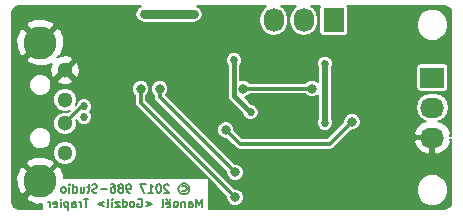
<source format=gbl>
G04 #@! TF.FileFunction,Copper,L2,Bot,Signal*
%FSLAX46Y46*%
G04 Gerber Fmt 4.6, Leading zero omitted, Abs format (unit mm)*
G04 Created by KiCad (PCBNEW (2016-07-14 BZR 6980)-product) date Sunday, 23 April 2017 'PMt' 23:49:01*
%MOMM*%
%LPD*%
G01*
G04 APERTURE LIST*
%ADD10C,0.150000*%
%ADD11C,0.175000*%
%ADD12R,1.727200X2.032000*%
%ADD13O,1.727200X2.032000*%
%ADD14R,2.032000X1.727200*%
%ADD15O,2.032000X1.727200*%
%ADD16C,1.300000*%
%ADD17C,2.800000*%
%ADD18C,0.685800*%
%ADD19C,0.800000*%
%ADD20C,0.400000*%
%ADD21C,0.800000*%
%ADD22C,0.300000*%
%ADD23C,0.500000*%
%ADD24C,0.180000*%
G04 APERTURE END LIST*
D10*
D11*
X162816666Y-95670833D02*
X162883333Y-95637500D01*
X163016666Y-95637500D01*
X163083333Y-95670833D01*
X163150000Y-95737500D01*
X163183333Y-95804166D01*
X163183333Y-95937500D01*
X163150000Y-96004166D01*
X163083333Y-96070833D01*
X163016666Y-96104166D01*
X162883333Y-96104166D01*
X162816666Y-96070833D01*
X162950000Y-95404166D02*
X163116666Y-95437500D01*
X163283333Y-95537500D01*
X163383333Y-95704166D01*
X163416666Y-95870833D01*
X163383333Y-96037500D01*
X163283333Y-96204166D01*
X163116666Y-96304166D01*
X162950000Y-96337500D01*
X162783333Y-96304166D01*
X162616666Y-96204166D01*
X162516666Y-96037500D01*
X162483333Y-95870833D01*
X162516666Y-95704166D01*
X162616666Y-95537500D01*
X162783333Y-95437500D01*
X162950000Y-95404166D01*
X161683333Y-95570833D02*
X161650000Y-95537500D01*
X161583333Y-95504166D01*
X161416666Y-95504166D01*
X161350000Y-95537500D01*
X161316666Y-95570833D01*
X161283333Y-95637500D01*
X161283333Y-95704166D01*
X161316666Y-95804166D01*
X161716666Y-96204166D01*
X161283333Y-96204166D01*
X160850000Y-95504166D02*
X160783333Y-95504166D01*
X160716666Y-95537500D01*
X160683333Y-95570833D01*
X160650000Y-95637500D01*
X160616666Y-95770833D01*
X160616666Y-95937500D01*
X160650000Y-96070833D01*
X160683333Y-96137500D01*
X160716666Y-96170833D01*
X160783333Y-96204166D01*
X160850000Y-96204166D01*
X160916666Y-96170833D01*
X160950000Y-96137500D01*
X160983333Y-96070833D01*
X161016666Y-95937500D01*
X161016666Y-95770833D01*
X160983333Y-95637500D01*
X160950000Y-95570833D01*
X160916666Y-95537500D01*
X160850000Y-95504166D01*
X159950000Y-96204166D02*
X160350000Y-96204166D01*
X160150000Y-96204166D02*
X160150000Y-95504166D01*
X160216666Y-95604166D01*
X160283333Y-95670833D01*
X160350000Y-95704166D01*
X159716666Y-95504166D02*
X159250000Y-95504166D01*
X159550000Y-96204166D01*
X158416666Y-96204166D02*
X158283333Y-96204166D01*
X158216666Y-96170833D01*
X158183333Y-96137500D01*
X158116666Y-96037500D01*
X158083333Y-95904166D01*
X158083333Y-95637500D01*
X158116666Y-95570833D01*
X158150000Y-95537500D01*
X158216666Y-95504166D01*
X158350000Y-95504166D01*
X158416666Y-95537500D01*
X158450000Y-95570833D01*
X158483333Y-95637500D01*
X158483333Y-95804166D01*
X158450000Y-95870833D01*
X158416666Y-95904166D01*
X158350000Y-95937500D01*
X158216666Y-95937500D01*
X158150000Y-95904166D01*
X158116666Y-95870833D01*
X158083333Y-95804166D01*
X157683333Y-95804166D02*
X157750000Y-95770833D01*
X157783333Y-95737500D01*
X157816666Y-95670833D01*
X157816666Y-95637500D01*
X157783333Y-95570833D01*
X157750000Y-95537500D01*
X157683333Y-95504166D01*
X157550000Y-95504166D01*
X157483333Y-95537500D01*
X157450000Y-95570833D01*
X157416666Y-95637500D01*
X157416666Y-95670833D01*
X157450000Y-95737500D01*
X157483333Y-95770833D01*
X157550000Y-95804166D01*
X157683333Y-95804166D01*
X157750000Y-95837500D01*
X157783333Y-95870833D01*
X157816666Y-95937500D01*
X157816666Y-96070833D01*
X157783333Y-96137500D01*
X157750000Y-96170833D01*
X157683333Y-96204166D01*
X157550000Y-96204166D01*
X157483333Y-96170833D01*
X157450000Y-96137500D01*
X157416666Y-96070833D01*
X157416666Y-95937500D01*
X157450000Y-95870833D01*
X157483333Y-95837500D01*
X157550000Y-95804166D01*
X156816666Y-95504166D02*
X156950000Y-95504166D01*
X157016666Y-95537500D01*
X157050000Y-95570833D01*
X157116666Y-95670833D01*
X157150000Y-95804166D01*
X157150000Y-96070833D01*
X157116666Y-96137500D01*
X157083333Y-96170833D01*
X157016666Y-96204166D01*
X156883333Y-96204166D01*
X156816666Y-96170833D01*
X156783333Y-96137500D01*
X156750000Y-96070833D01*
X156750000Y-95904166D01*
X156783333Y-95837500D01*
X156816666Y-95804166D01*
X156883333Y-95770833D01*
X157016666Y-95770833D01*
X157083333Y-95804166D01*
X157116666Y-95837500D01*
X157150000Y-95904166D01*
X156450000Y-95937500D02*
X155916666Y-95937500D01*
X155616666Y-96170833D02*
X155516666Y-96204166D01*
X155350000Y-96204166D01*
X155283333Y-96170833D01*
X155250000Y-96137500D01*
X155216666Y-96070833D01*
X155216666Y-96004166D01*
X155250000Y-95937500D01*
X155283333Y-95904166D01*
X155350000Y-95870833D01*
X155483333Y-95837500D01*
X155550000Y-95804166D01*
X155583333Y-95770833D01*
X155616666Y-95704166D01*
X155616666Y-95637500D01*
X155583333Y-95570833D01*
X155550000Y-95537500D01*
X155483333Y-95504166D01*
X155316666Y-95504166D01*
X155216666Y-95537500D01*
X155016666Y-95737500D02*
X154750000Y-95737500D01*
X154916666Y-95504166D02*
X154916666Y-96104166D01*
X154883333Y-96170833D01*
X154816666Y-96204166D01*
X154750000Y-96204166D01*
X154216666Y-95737500D02*
X154216666Y-96204166D01*
X154516666Y-95737500D02*
X154516666Y-96104166D01*
X154483333Y-96170833D01*
X154416666Y-96204166D01*
X154316666Y-96204166D01*
X154250000Y-96170833D01*
X154216666Y-96137500D01*
X153583333Y-96204166D02*
X153583333Y-95504166D01*
X153583333Y-96170833D02*
X153650000Y-96204166D01*
X153783333Y-96204166D01*
X153850000Y-96170833D01*
X153883333Y-96137500D01*
X153916666Y-96070833D01*
X153916666Y-95870833D01*
X153883333Y-95804166D01*
X153850000Y-95770833D01*
X153783333Y-95737500D01*
X153650000Y-95737500D01*
X153583333Y-95770833D01*
X153250000Y-96204166D02*
X153250000Y-95737500D01*
X153250000Y-95504166D02*
X153283333Y-95537500D01*
X153250000Y-95570833D01*
X153216666Y-95537500D01*
X153250000Y-95504166D01*
X153250000Y-95570833D01*
X152816666Y-96204166D02*
X152883333Y-96170833D01*
X152916666Y-96137500D01*
X152950000Y-96070833D01*
X152950000Y-95870833D01*
X152916666Y-95804166D01*
X152883333Y-95770833D01*
X152816666Y-95737500D01*
X152716666Y-95737500D01*
X152650000Y-95770833D01*
X152616666Y-95804166D01*
X152583333Y-95870833D01*
X152583333Y-96070833D01*
X152616666Y-96137500D01*
X152650000Y-96170833D01*
X152716666Y-96204166D01*
X152816666Y-96204166D01*
X164483333Y-97429166D02*
X164483333Y-96729166D01*
X164250000Y-97229166D01*
X164016666Y-96729166D01*
X164016666Y-97429166D01*
X163383333Y-97429166D02*
X163383333Y-97062500D01*
X163416666Y-96995833D01*
X163483333Y-96962500D01*
X163616666Y-96962500D01*
X163683333Y-96995833D01*
X163383333Y-97395833D02*
X163450000Y-97429166D01*
X163616666Y-97429166D01*
X163683333Y-97395833D01*
X163716666Y-97329166D01*
X163716666Y-97262500D01*
X163683333Y-97195833D01*
X163616666Y-97162500D01*
X163450000Y-97162500D01*
X163383333Y-97129166D01*
X163050000Y-96962500D02*
X163050000Y-97429166D01*
X163050000Y-97029166D02*
X163016666Y-96995833D01*
X162950000Y-96962500D01*
X162850000Y-96962500D01*
X162783333Y-96995833D01*
X162750000Y-97062500D01*
X162750000Y-97429166D01*
X162316666Y-97429166D02*
X162383333Y-97395833D01*
X162416666Y-97362500D01*
X162450000Y-97295833D01*
X162450000Y-97095833D01*
X162416666Y-97029166D01*
X162383333Y-96995833D01*
X162316666Y-96962500D01*
X162216666Y-96962500D01*
X162150000Y-96995833D01*
X162116666Y-97029166D01*
X162083333Y-97095833D01*
X162083333Y-97295833D01*
X162116666Y-97362500D01*
X162150000Y-97395833D01*
X162216666Y-97429166D01*
X162316666Y-97429166D01*
X161516666Y-97395833D02*
X161583333Y-97429166D01*
X161716666Y-97429166D01*
X161783333Y-97395833D01*
X161816666Y-97329166D01*
X161816666Y-97062500D01*
X161783333Y-96995833D01*
X161716666Y-96962500D01*
X161583333Y-96962500D01*
X161516666Y-96995833D01*
X161483333Y-97062500D01*
X161483333Y-97129166D01*
X161816666Y-97195833D01*
X161783333Y-96729166D02*
X161750000Y-96762500D01*
X161783333Y-96795833D01*
X161816666Y-96762500D01*
X161783333Y-96729166D01*
X161783333Y-96795833D01*
X161516666Y-96729166D02*
X161483333Y-96762500D01*
X161516666Y-96795833D01*
X161550000Y-96762500D01*
X161516666Y-96729166D01*
X161516666Y-96795833D01*
X161083333Y-97429166D02*
X161150000Y-97395833D01*
X161183333Y-97329166D01*
X161183333Y-96729166D01*
X159750000Y-96962500D02*
X160283333Y-97162500D01*
X159750000Y-97362500D01*
X159050000Y-96762500D02*
X159116666Y-96729166D01*
X159216666Y-96729166D01*
X159316666Y-96762500D01*
X159383333Y-96829166D01*
X159416666Y-96895833D01*
X159450000Y-97029166D01*
X159450000Y-97129166D01*
X159416666Y-97262500D01*
X159383333Y-97329166D01*
X159316666Y-97395833D01*
X159216666Y-97429166D01*
X159150000Y-97429166D01*
X159050000Y-97395833D01*
X159016666Y-97362500D01*
X159016666Y-97129166D01*
X159150000Y-97129166D01*
X158616666Y-97429166D02*
X158683333Y-97395833D01*
X158716666Y-97362500D01*
X158750000Y-97295833D01*
X158750000Y-97095833D01*
X158716666Y-97029166D01*
X158683333Y-96995833D01*
X158616666Y-96962500D01*
X158516666Y-96962500D01*
X158450000Y-96995833D01*
X158416666Y-97029166D01*
X158383333Y-97095833D01*
X158383333Y-97295833D01*
X158416666Y-97362500D01*
X158450000Y-97395833D01*
X158516666Y-97429166D01*
X158616666Y-97429166D01*
X157783333Y-97429166D02*
X157783333Y-96729166D01*
X157783333Y-97395833D02*
X157850000Y-97429166D01*
X157983333Y-97429166D01*
X158050000Y-97395833D01*
X158083333Y-97362500D01*
X158116666Y-97295833D01*
X158116666Y-97095833D01*
X158083333Y-97029166D01*
X158050000Y-96995833D01*
X157983333Y-96962500D01*
X157850000Y-96962500D01*
X157783333Y-96995833D01*
X157516666Y-96962500D02*
X157150000Y-96962500D01*
X157516666Y-97429166D01*
X157150000Y-97429166D01*
X156883333Y-97429166D02*
X156883333Y-96962500D01*
X156883333Y-96729166D02*
X156916666Y-96762500D01*
X156883333Y-96795833D01*
X156850000Y-96762500D01*
X156883333Y-96729166D01*
X156883333Y-96795833D01*
X156450000Y-97429166D02*
X156516666Y-97395833D01*
X156550000Y-97329166D01*
X156550000Y-96729166D01*
X156183333Y-96962500D02*
X155650000Y-97162500D01*
X156183333Y-97362500D01*
X154883333Y-96729166D02*
X154483333Y-96729166D01*
X154683333Y-97429166D02*
X154683333Y-96729166D01*
X154250000Y-97429166D02*
X154250000Y-96962500D01*
X154250000Y-97095833D02*
X154216666Y-97029166D01*
X154183333Y-96995833D01*
X154116666Y-96962500D01*
X154050000Y-96962500D01*
X153516666Y-97429166D02*
X153516666Y-97062500D01*
X153550000Y-96995833D01*
X153616666Y-96962500D01*
X153750000Y-96962500D01*
X153816666Y-96995833D01*
X153516666Y-97395833D02*
X153583333Y-97429166D01*
X153750000Y-97429166D01*
X153816666Y-97395833D01*
X153850000Y-97329166D01*
X153850000Y-97262500D01*
X153816666Y-97195833D01*
X153750000Y-97162500D01*
X153583333Y-97162500D01*
X153516666Y-97129166D01*
X153183333Y-96962500D02*
X153183333Y-97662500D01*
X153183333Y-96995833D02*
X153116666Y-96962500D01*
X152983333Y-96962500D01*
X152916666Y-96995833D01*
X152883333Y-97029166D01*
X152850000Y-97095833D01*
X152850000Y-97295833D01*
X152883333Y-97362500D01*
X152916666Y-97395833D01*
X152983333Y-97429166D01*
X153116666Y-97429166D01*
X153183333Y-97395833D01*
X152550000Y-97429166D02*
X152550000Y-96962500D01*
X152550000Y-96729166D02*
X152583333Y-96762500D01*
X152550000Y-96795833D01*
X152516666Y-96762500D01*
X152550000Y-96729166D01*
X152550000Y-96795833D01*
X151950000Y-97395833D02*
X152016666Y-97429166D01*
X152150000Y-97429166D01*
X152216666Y-97395833D01*
X152250000Y-97329166D01*
X152250000Y-97062500D01*
X152216666Y-96995833D01*
X152150000Y-96962500D01*
X152016666Y-96962500D01*
X151950000Y-96995833D01*
X151916666Y-97062500D01*
X151916666Y-97129166D01*
X152250000Y-97195833D01*
X151616666Y-97429166D02*
X151616666Y-96962500D01*
X151616666Y-97095833D02*
X151583333Y-97029166D01*
X151550000Y-96995833D01*
X151483333Y-96962500D01*
X151416666Y-96962500D01*
D12*
X175640000Y-81600000D03*
D13*
X173100000Y-81600000D03*
X170560000Y-81600000D03*
D14*
X184000000Y-86460000D03*
D15*
X184000000Y-89000000D03*
X184000000Y-91540000D03*
D16*
X152900000Y-88350000D03*
X152900000Y-90350000D03*
X152900000Y-92850000D03*
X152900000Y-85850000D03*
D17*
X150800000Y-83500000D03*
X150800000Y-95200000D03*
D18*
X173700000Y-89200000D03*
X162300004Y-87000000D03*
X159600000Y-82700000D03*
X161700000Y-94600000D03*
X176200000Y-96600000D03*
X179600000Y-91700000D03*
X158100000Y-83900000D03*
X168600000Y-89399998D03*
X167200000Y-85000000D03*
X159600000Y-81100000D03*
X163800000Y-81100000D03*
D19*
X159300000Y-87400000D03*
X167300000Y-96600000D03*
X167300000Y-94500000D03*
X160900000Y-87400000D03*
D18*
X174900000Y-90299999D03*
X174900000Y-85300000D03*
D19*
X166500002Y-90900000D03*
X177200000Y-90200000D03*
X168000000Y-87400000D03*
X173800000Y-87400000D03*
D18*
X154500000Y-89792900D03*
X154500000Y-88907100D03*
D20*
X167200000Y-87999998D02*
X168257101Y-89057099D01*
X167200000Y-85000000D02*
X167200000Y-87999998D01*
X168257101Y-89057099D02*
X168600000Y-89399998D01*
D21*
X163800000Y-81100000D02*
X159600000Y-81100000D01*
D22*
X159300000Y-87965685D02*
X159300000Y-87400000D01*
X159300000Y-88600000D02*
X159300000Y-87965685D01*
X167300000Y-96600000D02*
X159300000Y-88600000D01*
X167300000Y-94500000D02*
X160900000Y-88100000D01*
X160900000Y-88100000D02*
X160900000Y-87400000D01*
D23*
X174900000Y-85300000D02*
X174900000Y-90299999D01*
D22*
X177200000Y-90200000D02*
X175300000Y-92100000D01*
X175300000Y-92100000D02*
X167700002Y-92100000D01*
X167700002Y-92100000D02*
X166500002Y-90900000D01*
X173800000Y-87400000D02*
X168000000Y-87400000D01*
X154500000Y-88907100D02*
X154342900Y-88907100D01*
X154342900Y-88907100D02*
X152900000Y-90350000D01*
D24*
G36*
X159316814Y-80416329D02*
X159076741Y-80576741D01*
X158916329Y-80816814D01*
X158860000Y-81100000D01*
X158916329Y-81383186D01*
X159076741Y-81623259D01*
X159316814Y-81783671D01*
X159600000Y-81840000D01*
X163800000Y-81840000D01*
X164083186Y-81783671D01*
X164323259Y-81623259D01*
X164483671Y-81383186D01*
X164540000Y-81100000D01*
X164483671Y-80816814D01*
X164323259Y-80576741D01*
X164083186Y-80416329D01*
X164076505Y-80415000D01*
X169940841Y-80415000D01*
X169708926Y-80569960D01*
X169448019Y-80960436D01*
X169356400Y-81421034D01*
X169356400Y-81778966D01*
X169448019Y-82239564D01*
X169708926Y-82630040D01*
X170099402Y-82890947D01*
X170560000Y-82982566D01*
X171020598Y-82890947D01*
X171411074Y-82630040D01*
X171671981Y-82239564D01*
X171763600Y-81778966D01*
X171763600Y-81421034D01*
X171671981Y-80960436D01*
X171411074Y-80569960D01*
X171179159Y-80415000D01*
X172480841Y-80415000D01*
X172248926Y-80569960D01*
X171988019Y-80960436D01*
X171896400Y-81421034D01*
X171896400Y-81778966D01*
X171988019Y-82239564D01*
X172248926Y-82630040D01*
X172639402Y-82890947D01*
X173100000Y-82982566D01*
X173560598Y-82890947D01*
X173951074Y-82630040D01*
X174211981Y-82239564D01*
X174303600Y-81778966D01*
X174303600Y-81421034D01*
X174211981Y-80960436D01*
X173951074Y-80569960D01*
X173719159Y-80415000D01*
X174480409Y-80415000D01*
X174456128Y-80451339D01*
X174429740Y-80584000D01*
X174429740Y-82616000D01*
X174456128Y-82748661D01*
X174531274Y-82861126D01*
X174643739Y-82936272D01*
X174776400Y-82962660D01*
X176503600Y-82962660D01*
X176636261Y-82936272D01*
X176748726Y-82861126D01*
X176823872Y-82748661D01*
X176850260Y-82616000D01*
X176850260Y-82265373D01*
X182659768Y-82265373D01*
X182863341Y-82758057D01*
X183239960Y-83135334D01*
X183732288Y-83339767D01*
X184265373Y-83340232D01*
X184758057Y-83136659D01*
X185135334Y-82760040D01*
X185339767Y-82267712D01*
X185340232Y-81734627D01*
X185136659Y-81241943D01*
X184760040Y-80864666D01*
X184267712Y-80660233D01*
X183734627Y-80659768D01*
X183241943Y-80863341D01*
X182864666Y-81239960D01*
X182660233Y-81732288D01*
X182659768Y-82265373D01*
X176850260Y-82265373D01*
X176850260Y-80584000D01*
X176823872Y-80451339D01*
X176799591Y-80415000D01*
X184959126Y-80415000D01*
X185220758Y-80467041D01*
X185407909Y-80592092D01*
X185532958Y-80779241D01*
X185585000Y-81040874D01*
X185585000Y-91375998D01*
X185454211Y-91375998D01*
X185561234Y-91150818D01*
X185341152Y-90690659D01*
X184925635Y-90300396D01*
X184500385Y-90139666D01*
X184639564Y-90111981D01*
X185030040Y-89851074D01*
X185290947Y-89460598D01*
X185382566Y-89000000D01*
X185290947Y-88539402D01*
X185030040Y-88148926D01*
X184639564Y-87888019D01*
X184178966Y-87796400D01*
X183821034Y-87796400D01*
X183360436Y-87888019D01*
X182969960Y-88148926D01*
X182709053Y-88539402D01*
X182617434Y-89000000D01*
X182709053Y-89460598D01*
X182969960Y-89851074D01*
X183360436Y-90111981D01*
X183499615Y-90139666D01*
X183074365Y-90300396D01*
X182658848Y-90690659D01*
X182438766Y-91150818D01*
X182545790Y-91376000D01*
X183836000Y-91376000D01*
X183836000Y-91356000D01*
X184164000Y-91356000D01*
X184164000Y-91376000D01*
X184184000Y-91376000D01*
X184184000Y-91704000D01*
X184164000Y-91704000D01*
X184164000Y-92851450D01*
X184392400Y-92981149D01*
X184925635Y-92779604D01*
X185341152Y-92389341D01*
X185561234Y-91929182D01*
X185454211Y-91704002D01*
X185585000Y-91704002D01*
X185585000Y-96959126D01*
X185532958Y-97220759D01*
X185407909Y-97407908D01*
X185220758Y-97532959D01*
X184959126Y-97585000D01*
X165077500Y-97585000D01*
X165077500Y-95070465D01*
X166560041Y-96553006D01*
X166559872Y-96746549D01*
X166672293Y-97018628D01*
X166880277Y-97226975D01*
X167152159Y-97339871D01*
X167446549Y-97340128D01*
X167718628Y-97227707D01*
X167926975Y-97019723D01*
X168039871Y-96747841D01*
X168040128Y-96453451D01*
X167962416Y-96265373D01*
X182659768Y-96265373D01*
X182863341Y-96758057D01*
X183239960Y-97135334D01*
X183732288Y-97339767D01*
X184265373Y-97340232D01*
X184758057Y-97136659D01*
X185135334Y-96760040D01*
X185339767Y-96267712D01*
X185340232Y-95734627D01*
X185136659Y-95241943D01*
X184760040Y-94864666D01*
X184267712Y-94660233D01*
X183734627Y-94659768D01*
X183241943Y-94863341D01*
X182864666Y-95239960D01*
X182660233Y-95732288D01*
X182659768Y-96265373D01*
X167962416Y-96265373D01*
X167927707Y-96181372D01*
X167719723Y-95973025D01*
X167447841Y-95860129D01*
X167252924Y-95859959D01*
X159790000Y-88397036D01*
X159790000Y-87956459D01*
X159926975Y-87819723D01*
X160039871Y-87547841D01*
X160039872Y-87546549D01*
X160159872Y-87546549D01*
X160272293Y-87818628D01*
X160410000Y-87956575D01*
X160410000Y-88100000D01*
X160447299Y-88287515D01*
X160553518Y-88446482D01*
X166560041Y-94453005D01*
X166559872Y-94646549D01*
X166672293Y-94918628D01*
X166880277Y-95126975D01*
X167152159Y-95239871D01*
X167446549Y-95240128D01*
X167718628Y-95127707D01*
X167926975Y-94919723D01*
X168039871Y-94647841D01*
X168040128Y-94353451D01*
X167927707Y-94081372D01*
X167719723Y-93873025D01*
X167447841Y-93760129D01*
X167252923Y-93759959D01*
X164539513Y-91046549D01*
X165759874Y-91046549D01*
X165872295Y-91318628D01*
X166080279Y-91526975D01*
X166352161Y-91639871D01*
X166547079Y-91640041D01*
X167353519Y-92446482D01*
X167493235Y-92539837D01*
X167512487Y-92552701D01*
X167700002Y-92590000D01*
X175300000Y-92590000D01*
X175487515Y-92552701D01*
X175646482Y-92446482D01*
X176163782Y-91929182D01*
X182438766Y-91929182D01*
X182658848Y-92389341D01*
X183074365Y-92779604D01*
X183607600Y-92981149D01*
X183836000Y-92851450D01*
X183836000Y-91704000D01*
X182545790Y-91704000D01*
X182438766Y-91929182D01*
X176163782Y-91929182D01*
X177153005Y-90939959D01*
X177346549Y-90940128D01*
X177618628Y-90827707D01*
X177826975Y-90619723D01*
X177939871Y-90347841D01*
X177940128Y-90053451D01*
X177827707Y-89781372D01*
X177619723Y-89573025D01*
X177347841Y-89460129D01*
X177053451Y-89459872D01*
X176781372Y-89572293D01*
X176573025Y-89780277D01*
X176460129Y-90052159D01*
X176459959Y-90247077D01*
X175097036Y-91610000D01*
X167902967Y-91610000D01*
X167239961Y-90946995D01*
X167240130Y-90753451D01*
X167127709Y-90481372D01*
X166919725Y-90273025D01*
X166647843Y-90160129D01*
X166353453Y-90159872D01*
X166081374Y-90272293D01*
X165873027Y-90480277D01*
X165760131Y-90752159D01*
X165759874Y-91046549D01*
X164539513Y-91046549D01*
X161419738Y-87926774D01*
X161526975Y-87819723D01*
X161639871Y-87547841D01*
X161640128Y-87253451D01*
X161527707Y-86981372D01*
X161319723Y-86773025D01*
X161047841Y-86660129D01*
X160753451Y-86659872D01*
X160481372Y-86772293D01*
X160273025Y-86980277D01*
X160160129Y-87252159D01*
X160159872Y-87546549D01*
X160039872Y-87546549D01*
X160040128Y-87253451D01*
X159927707Y-86981372D01*
X159719723Y-86773025D01*
X159447841Y-86660129D01*
X159153451Y-86659872D01*
X158881372Y-86772293D01*
X158673025Y-86980277D01*
X158560129Y-87252159D01*
X158559872Y-87546549D01*
X158672293Y-87818628D01*
X158810000Y-87956575D01*
X158810000Y-88600000D01*
X158847299Y-88787515D01*
X158953518Y-88946482D01*
X165006785Y-94999750D01*
X152791428Y-94999750D01*
X152779877Y-94720374D01*
X152539131Y-94139162D01*
X152245683Y-93986248D01*
X151232181Y-94999750D01*
X150922500Y-94999750D01*
X150922500Y-95337716D01*
X150814143Y-95446074D01*
X150800000Y-95431931D01*
X149586248Y-96645683D01*
X149739162Y-96939131D01*
X150485451Y-97212713D01*
X150922500Y-97194643D01*
X150922500Y-97585000D01*
X149040874Y-97585000D01*
X148779241Y-97532958D01*
X148592092Y-97407909D01*
X148467041Y-97220758D01*
X148415000Y-96959126D01*
X148415000Y-94885451D01*
X148787287Y-94885451D01*
X148820123Y-95679626D01*
X149060869Y-96260838D01*
X149354317Y-96413752D01*
X150568069Y-95200000D01*
X149354317Y-93986248D01*
X149060869Y-94139162D01*
X148787287Y-94885451D01*
X148415000Y-94885451D01*
X148415000Y-93754317D01*
X149586248Y-93754317D01*
X150800000Y-94968069D01*
X152013752Y-93754317D01*
X151860838Y-93460869D01*
X151114549Y-93187287D01*
X150320374Y-93220123D01*
X149739162Y-93460869D01*
X149586248Y-93754317D01*
X148415000Y-93754317D01*
X148415000Y-93046059D01*
X151909829Y-93046059D01*
X152060230Y-93410057D01*
X152338478Y-93688792D01*
X152702213Y-93839828D01*
X153096059Y-93840171D01*
X153460057Y-93689770D01*
X153738792Y-93411522D01*
X153889828Y-93047787D01*
X153890171Y-92653941D01*
X153739770Y-92289943D01*
X153461522Y-92011208D01*
X153097787Y-91860172D01*
X152703941Y-91859829D01*
X152339943Y-92010230D01*
X152061208Y-92288478D01*
X151910172Y-92652213D01*
X151909829Y-93046059D01*
X148415000Y-93046059D01*
X148415000Y-91786157D01*
X149859837Y-91786157D01*
X150002642Y-92131772D01*
X150266837Y-92396429D01*
X150612202Y-92539837D01*
X150986157Y-92540163D01*
X151331772Y-92397358D01*
X151596429Y-92133163D01*
X151739837Y-91787798D01*
X151740163Y-91413843D01*
X151597358Y-91068228D01*
X151333163Y-90803571D01*
X150987798Y-90660163D01*
X150613843Y-90659837D01*
X150268228Y-90802642D01*
X150003571Y-91066837D01*
X149860163Y-91412202D01*
X149859837Y-91786157D01*
X148415000Y-91786157D01*
X148415000Y-88546059D01*
X151909829Y-88546059D01*
X152060230Y-88910057D01*
X152338478Y-89188792D01*
X152702213Y-89339828D01*
X153096059Y-89340171D01*
X153301928Y-89255108D01*
X153167794Y-89389241D01*
X153097787Y-89360172D01*
X152703941Y-89359829D01*
X152339943Y-89510230D01*
X152061208Y-89788478D01*
X151910172Y-90152213D01*
X151909829Y-90546059D01*
X152060230Y-90910057D01*
X152338478Y-91188792D01*
X152702213Y-91339828D01*
X153096059Y-91340171D01*
X153460057Y-91189770D01*
X153738792Y-90911522D01*
X153889828Y-90547787D01*
X153890171Y-90153941D01*
X153860597Y-90082367D01*
X153874827Y-90068137D01*
X153920728Y-90179227D01*
X154112663Y-90371497D01*
X154363567Y-90475681D01*
X154635241Y-90475918D01*
X154886327Y-90372172D01*
X155078597Y-90180237D01*
X155182781Y-89929333D01*
X155183018Y-89657659D01*
X155079272Y-89406573D01*
X155022867Y-89350070D01*
X155078597Y-89294437D01*
X155182781Y-89043533D01*
X155183018Y-88771859D01*
X155079272Y-88520773D01*
X154887337Y-88328503D01*
X154636433Y-88224319D01*
X154364759Y-88224082D01*
X154113673Y-88327828D01*
X153921403Y-88519763D01*
X153839126Y-88717909D01*
X153805029Y-88752006D01*
X153889828Y-88547787D01*
X153890171Y-88153941D01*
X153739770Y-87789943D01*
X153461522Y-87511208D01*
X153097787Y-87360172D01*
X152703941Y-87359829D01*
X152339943Y-87510230D01*
X152061208Y-87788478D01*
X151910172Y-88152213D01*
X151909829Y-88546059D01*
X148415000Y-88546059D01*
X148415000Y-87286157D01*
X149859837Y-87286157D01*
X150002642Y-87631772D01*
X150266837Y-87896429D01*
X150612202Y-88039837D01*
X150986157Y-88040163D01*
X151331772Y-87897358D01*
X151596429Y-87633163D01*
X151739837Y-87287798D01*
X151740163Y-86913843D01*
X151673084Y-86751498D01*
X152230434Y-86751498D01*
X152290990Y-86967244D01*
X152764899Y-87115257D01*
X153259376Y-87070646D01*
X153509010Y-86967244D01*
X153569566Y-86751498D01*
X152900000Y-86081931D01*
X152230434Y-86751498D01*
X151673084Y-86751498D01*
X151597358Y-86568228D01*
X151333163Y-86303571D01*
X150987798Y-86160163D01*
X150613843Y-86159837D01*
X150268228Y-86302642D01*
X150003571Y-86566837D01*
X149860163Y-86912202D01*
X149859837Y-87286157D01*
X148415000Y-87286157D01*
X148415000Y-84945683D01*
X149586248Y-84945683D01*
X149739162Y-85239131D01*
X150485451Y-85512713D01*
X151279626Y-85479877D01*
X151771821Y-85276003D01*
X151634743Y-85714899D01*
X151679354Y-86209376D01*
X151782756Y-86459010D01*
X151998502Y-86519566D01*
X152668069Y-85850000D01*
X153131931Y-85850000D01*
X153801498Y-86519566D01*
X154017244Y-86459010D01*
X154165257Y-85985101D01*
X154120646Y-85490624D01*
X154017244Y-85240990D01*
X153801498Y-85180434D01*
X153131931Y-85850000D01*
X152668069Y-85850000D01*
X152653926Y-85835858D01*
X152885858Y-85603926D01*
X152900000Y-85618069D01*
X153382827Y-85135241D01*
X166516982Y-85135241D01*
X166620728Y-85386327D01*
X166660000Y-85425668D01*
X166660000Y-87999998D01*
X166701105Y-88206647D01*
X166818162Y-88381836D01*
X167875261Y-89438934D01*
X167875263Y-89438937D01*
X167917030Y-89480703D01*
X167916982Y-89535239D01*
X168020728Y-89786325D01*
X168212663Y-89978595D01*
X168463567Y-90082779D01*
X168735241Y-90083016D01*
X168986327Y-89979270D01*
X169178597Y-89787335D01*
X169282781Y-89536431D01*
X169283018Y-89264757D01*
X169179272Y-89013671D01*
X168987337Y-88821401D01*
X168736433Y-88717217D01*
X168680846Y-88717169D01*
X168638939Y-88675261D01*
X168638936Y-88675259D01*
X168103768Y-88140091D01*
X168146549Y-88140128D01*
X168418628Y-88027707D01*
X168556575Y-87890000D01*
X173243541Y-87890000D01*
X173380277Y-88026975D01*
X173652159Y-88139871D01*
X173946549Y-88140128D01*
X174218628Y-88027707D01*
X174310000Y-87936494D01*
X174310000Y-89940124D01*
X174217219Y-90163566D01*
X174216982Y-90435240D01*
X174320728Y-90686326D01*
X174512663Y-90878596D01*
X174763567Y-90982780D01*
X175035241Y-90983017D01*
X175286327Y-90879271D01*
X175478597Y-90687336D01*
X175582781Y-90436432D01*
X175583018Y-90164758D01*
X175490000Y-89939636D01*
X175490000Y-85659875D01*
X175516357Y-85596400D01*
X182637340Y-85596400D01*
X182637340Y-87323600D01*
X182663728Y-87456261D01*
X182738874Y-87568726D01*
X182851339Y-87643872D01*
X182984000Y-87670260D01*
X185016000Y-87670260D01*
X185148661Y-87643872D01*
X185261126Y-87568726D01*
X185336272Y-87456261D01*
X185362660Y-87323600D01*
X185362660Y-85596400D01*
X185336272Y-85463739D01*
X185261126Y-85351274D01*
X185148661Y-85276128D01*
X185016000Y-85249740D01*
X182984000Y-85249740D01*
X182851339Y-85276128D01*
X182738874Y-85351274D01*
X182663728Y-85463739D01*
X182637340Y-85596400D01*
X175516357Y-85596400D01*
X175582781Y-85436433D01*
X175583018Y-85164759D01*
X175479272Y-84913673D01*
X175287337Y-84721403D01*
X175036433Y-84617219D01*
X174764759Y-84616982D01*
X174513673Y-84720728D01*
X174321403Y-84912663D01*
X174217219Y-85163567D01*
X174216982Y-85435241D01*
X174310000Y-85660363D01*
X174310000Y-86863460D01*
X174219723Y-86773025D01*
X173947841Y-86660129D01*
X173653451Y-86659872D01*
X173381372Y-86772293D01*
X173243425Y-86910000D01*
X168556459Y-86910000D01*
X168419723Y-86773025D01*
X168147841Y-86660129D01*
X167853451Y-86659872D01*
X167740000Y-86706749D01*
X167740000Y-85425867D01*
X167778597Y-85387337D01*
X167882781Y-85136433D01*
X167883018Y-84864759D01*
X167779272Y-84613673D01*
X167587337Y-84421403D01*
X167336433Y-84317219D01*
X167064759Y-84316982D01*
X166813673Y-84420728D01*
X166621403Y-84612663D01*
X166517219Y-84863567D01*
X166516982Y-85135241D01*
X153382827Y-85135241D01*
X153569566Y-84948502D01*
X153509010Y-84732756D01*
X153035101Y-84584743D01*
X152540624Y-84629354D01*
X152290990Y-84732756D01*
X152285226Y-84753292D01*
X152245685Y-84713751D01*
X152539131Y-84560838D01*
X152812713Y-83814549D01*
X152779877Y-83020374D01*
X152539131Y-82439162D01*
X152245683Y-82286248D01*
X151031931Y-83500000D01*
X151046074Y-83514143D01*
X150814143Y-83746074D01*
X150800000Y-83731931D01*
X149586248Y-84945683D01*
X148415000Y-84945683D01*
X148415000Y-83185451D01*
X148787287Y-83185451D01*
X148820123Y-83979626D01*
X149060869Y-84560838D01*
X149354317Y-84713752D01*
X150568069Y-83500000D01*
X149354317Y-82286248D01*
X149060869Y-82439162D01*
X148787287Y-83185451D01*
X148415000Y-83185451D01*
X148415000Y-82054317D01*
X149586248Y-82054317D01*
X150800000Y-83268069D01*
X152013752Y-82054317D01*
X151860838Y-81760869D01*
X151114549Y-81487287D01*
X150320374Y-81520123D01*
X149739162Y-81760869D01*
X149586248Y-82054317D01*
X148415000Y-82054317D01*
X148415000Y-81040874D01*
X148467041Y-80779242D01*
X148592092Y-80592091D01*
X148779241Y-80467042D01*
X149040874Y-80415000D01*
X159323495Y-80415000D01*
X159316814Y-80416329D01*
X159316814Y-80416329D01*
G37*
X159316814Y-80416329D02*
X159076741Y-80576741D01*
X158916329Y-80816814D01*
X158860000Y-81100000D01*
X158916329Y-81383186D01*
X159076741Y-81623259D01*
X159316814Y-81783671D01*
X159600000Y-81840000D01*
X163800000Y-81840000D01*
X164083186Y-81783671D01*
X164323259Y-81623259D01*
X164483671Y-81383186D01*
X164540000Y-81100000D01*
X164483671Y-80816814D01*
X164323259Y-80576741D01*
X164083186Y-80416329D01*
X164076505Y-80415000D01*
X169940841Y-80415000D01*
X169708926Y-80569960D01*
X169448019Y-80960436D01*
X169356400Y-81421034D01*
X169356400Y-81778966D01*
X169448019Y-82239564D01*
X169708926Y-82630040D01*
X170099402Y-82890947D01*
X170560000Y-82982566D01*
X171020598Y-82890947D01*
X171411074Y-82630040D01*
X171671981Y-82239564D01*
X171763600Y-81778966D01*
X171763600Y-81421034D01*
X171671981Y-80960436D01*
X171411074Y-80569960D01*
X171179159Y-80415000D01*
X172480841Y-80415000D01*
X172248926Y-80569960D01*
X171988019Y-80960436D01*
X171896400Y-81421034D01*
X171896400Y-81778966D01*
X171988019Y-82239564D01*
X172248926Y-82630040D01*
X172639402Y-82890947D01*
X173100000Y-82982566D01*
X173560598Y-82890947D01*
X173951074Y-82630040D01*
X174211981Y-82239564D01*
X174303600Y-81778966D01*
X174303600Y-81421034D01*
X174211981Y-80960436D01*
X173951074Y-80569960D01*
X173719159Y-80415000D01*
X174480409Y-80415000D01*
X174456128Y-80451339D01*
X174429740Y-80584000D01*
X174429740Y-82616000D01*
X174456128Y-82748661D01*
X174531274Y-82861126D01*
X174643739Y-82936272D01*
X174776400Y-82962660D01*
X176503600Y-82962660D01*
X176636261Y-82936272D01*
X176748726Y-82861126D01*
X176823872Y-82748661D01*
X176850260Y-82616000D01*
X176850260Y-82265373D01*
X182659768Y-82265373D01*
X182863341Y-82758057D01*
X183239960Y-83135334D01*
X183732288Y-83339767D01*
X184265373Y-83340232D01*
X184758057Y-83136659D01*
X185135334Y-82760040D01*
X185339767Y-82267712D01*
X185340232Y-81734627D01*
X185136659Y-81241943D01*
X184760040Y-80864666D01*
X184267712Y-80660233D01*
X183734627Y-80659768D01*
X183241943Y-80863341D01*
X182864666Y-81239960D01*
X182660233Y-81732288D01*
X182659768Y-82265373D01*
X176850260Y-82265373D01*
X176850260Y-80584000D01*
X176823872Y-80451339D01*
X176799591Y-80415000D01*
X184959126Y-80415000D01*
X185220758Y-80467041D01*
X185407909Y-80592092D01*
X185532958Y-80779241D01*
X185585000Y-81040874D01*
X185585000Y-91375998D01*
X185454211Y-91375998D01*
X185561234Y-91150818D01*
X185341152Y-90690659D01*
X184925635Y-90300396D01*
X184500385Y-90139666D01*
X184639564Y-90111981D01*
X185030040Y-89851074D01*
X185290947Y-89460598D01*
X185382566Y-89000000D01*
X185290947Y-88539402D01*
X185030040Y-88148926D01*
X184639564Y-87888019D01*
X184178966Y-87796400D01*
X183821034Y-87796400D01*
X183360436Y-87888019D01*
X182969960Y-88148926D01*
X182709053Y-88539402D01*
X182617434Y-89000000D01*
X182709053Y-89460598D01*
X182969960Y-89851074D01*
X183360436Y-90111981D01*
X183499615Y-90139666D01*
X183074365Y-90300396D01*
X182658848Y-90690659D01*
X182438766Y-91150818D01*
X182545790Y-91376000D01*
X183836000Y-91376000D01*
X183836000Y-91356000D01*
X184164000Y-91356000D01*
X184164000Y-91376000D01*
X184184000Y-91376000D01*
X184184000Y-91704000D01*
X184164000Y-91704000D01*
X184164000Y-92851450D01*
X184392400Y-92981149D01*
X184925635Y-92779604D01*
X185341152Y-92389341D01*
X185561234Y-91929182D01*
X185454211Y-91704002D01*
X185585000Y-91704002D01*
X185585000Y-96959126D01*
X185532958Y-97220759D01*
X185407909Y-97407908D01*
X185220758Y-97532959D01*
X184959126Y-97585000D01*
X165077500Y-97585000D01*
X165077500Y-95070465D01*
X166560041Y-96553006D01*
X166559872Y-96746549D01*
X166672293Y-97018628D01*
X166880277Y-97226975D01*
X167152159Y-97339871D01*
X167446549Y-97340128D01*
X167718628Y-97227707D01*
X167926975Y-97019723D01*
X168039871Y-96747841D01*
X168040128Y-96453451D01*
X167962416Y-96265373D01*
X182659768Y-96265373D01*
X182863341Y-96758057D01*
X183239960Y-97135334D01*
X183732288Y-97339767D01*
X184265373Y-97340232D01*
X184758057Y-97136659D01*
X185135334Y-96760040D01*
X185339767Y-96267712D01*
X185340232Y-95734627D01*
X185136659Y-95241943D01*
X184760040Y-94864666D01*
X184267712Y-94660233D01*
X183734627Y-94659768D01*
X183241943Y-94863341D01*
X182864666Y-95239960D01*
X182660233Y-95732288D01*
X182659768Y-96265373D01*
X167962416Y-96265373D01*
X167927707Y-96181372D01*
X167719723Y-95973025D01*
X167447841Y-95860129D01*
X167252924Y-95859959D01*
X159790000Y-88397036D01*
X159790000Y-87956459D01*
X159926975Y-87819723D01*
X160039871Y-87547841D01*
X160039872Y-87546549D01*
X160159872Y-87546549D01*
X160272293Y-87818628D01*
X160410000Y-87956575D01*
X160410000Y-88100000D01*
X160447299Y-88287515D01*
X160553518Y-88446482D01*
X166560041Y-94453005D01*
X166559872Y-94646549D01*
X166672293Y-94918628D01*
X166880277Y-95126975D01*
X167152159Y-95239871D01*
X167446549Y-95240128D01*
X167718628Y-95127707D01*
X167926975Y-94919723D01*
X168039871Y-94647841D01*
X168040128Y-94353451D01*
X167927707Y-94081372D01*
X167719723Y-93873025D01*
X167447841Y-93760129D01*
X167252923Y-93759959D01*
X164539513Y-91046549D01*
X165759874Y-91046549D01*
X165872295Y-91318628D01*
X166080279Y-91526975D01*
X166352161Y-91639871D01*
X166547079Y-91640041D01*
X167353519Y-92446482D01*
X167493235Y-92539837D01*
X167512487Y-92552701D01*
X167700002Y-92590000D01*
X175300000Y-92590000D01*
X175487515Y-92552701D01*
X175646482Y-92446482D01*
X176163782Y-91929182D01*
X182438766Y-91929182D01*
X182658848Y-92389341D01*
X183074365Y-92779604D01*
X183607600Y-92981149D01*
X183836000Y-92851450D01*
X183836000Y-91704000D01*
X182545790Y-91704000D01*
X182438766Y-91929182D01*
X176163782Y-91929182D01*
X177153005Y-90939959D01*
X177346549Y-90940128D01*
X177618628Y-90827707D01*
X177826975Y-90619723D01*
X177939871Y-90347841D01*
X177940128Y-90053451D01*
X177827707Y-89781372D01*
X177619723Y-89573025D01*
X177347841Y-89460129D01*
X177053451Y-89459872D01*
X176781372Y-89572293D01*
X176573025Y-89780277D01*
X176460129Y-90052159D01*
X176459959Y-90247077D01*
X175097036Y-91610000D01*
X167902967Y-91610000D01*
X167239961Y-90946995D01*
X167240130Y-90753451D01*
X167127709Y-90481372D01*
X166919725Y-90273025D01*
X166647843Y-90160129D01*
X166353453Y-90159872D01*
X166081374Y-90272293D01*
X165873027Y-90480277D01*
X165760131Y-90752159D01*
X165759874Y-91046549D01*
X164539513Y-91046549D01*
X161419738Y-87926774D01*
X161526975Y-87819723D01*
X161639871Y-87547841D01*
X161640128Y-87253451D01*
X161527707Y-86981372D01*
X161319723Y-86773025D01*
X161047841Y-86660129D01*
X160753451Y-86659872D01*
X160481372Y-86772293D01*
X160273025Y-86980277D01*
X160160129Y-87252159D01*
X160159872Y-87546549D01*
X160039872Y-87546549D01*
X160040128Y-87253451D01*
X159927707Y-86981372D01*
X159719723Y-86773025D01*
X159447841Y-86660129D01*
X159153451Y-86659872D01*
X158881372Y-86772293D01*
X158673025Y-86980277D01*
X158560129Y-87252159D01*
X158559872Y-87546549D01*
X158672293Y-87818628D01*
X158810000Y-87956575D01*
X158810000Y-88600000D01*
X158847299Y-88787515D01*
X158953518Y-88946482D01*
X165006785Y-94999750D01*
X152791428Y-94999750D01*
X152779877Y-94720374D01*
X152539131Y-94139162D01*
X152245683Y-93986248D01*
X151232181Y-94999750D01*
X150922500Y-94999750D01*
X150922500Y-95337716D01*
X150814143Y-95446074D01*
X150800000Y-95431931D01*
X149586248Y-96645683D01*
X149739162Y-96939131D01*
X150485451Y-97212713D01*
X150922500Y-97194643D01*
X150922500Y-97585000D01*
X149040874Y-97585000D01*
X148779241Y-97532958D01*
X148592092Y-97407909D01*
X148467041Y-97220758D01*
X148415000Y-96959126D01*
X148415000Y-94885451D01*
X148787287Y-94885451D01*
X148820123Y-95679626D01*
X149060869Y-96260838D01*
X149354317Y-96413752D01*
X150568069Y-95200000D01*
X149354317Y-93986248D01*
X149060869Y-94139162D01*
X148787287Y-94885451D01*
X148415000Y-94885451D01*
X148415000Y-93754317D01*
X149586248Y-93754317D01*
X150800000Y-94968069D01*
X152013752Y-93754317D01*
X151860838Y-93460869D01*
X151114549Y-93187287D01*
X150320374Y-93220123D01*
X149739162Y-93460869D01*
X149586248Y-93754317D01*
X148415000Y-93754317D01*
X148415000Y-93046059D01*
X151909829Y-93046059D01*
X152060230Y-93410057D01*
X152338478Y-93688792D01*
X152702213Y-93839828D01*
X153096059Y-93840171D01*
X153460057Y-93689770D01*
X153738792Y-93411522D01*
X153889828Y-93047787D01*
X153890171Y-92653941D01*
X153739770Y-92289943D01*
X153461522Y-92011208D01*
X153097787Y-91860172D01*
X152703941Y-91859829D01*
X152339943Y-92010230D01*
X152061208Y-92288478D01*
X151910172Y-92652213D01*
X151909829Y-93046059D01*
X148415000Y-93046059D01*
X148415000Y-91786157D01*
X149859837Y-91786157D01*
X150002642Y-92131772D01*
X150266837Y-92396429D01*
X150612202Y-92539837D01*
X150986157Y-92540163D01*
X151331772Y-92397358D01*
X151596429Y-92133163D01*
X151739837Y-91787798D01*
X151740163Y-91413843D01*
X151597358Y-91068228D01*
X151333163Y-90803571D01*
X150987798Y-90660163D01*
X150613843Y-90659837D01*
X150268228Y-90802642D01*
X150003571Y-91066837D01*
X149860163Y-91412202D01*
X149859837Y-91786157D01*
X148415000Y-91786157D01*
X148415000Y-88546059D01*
X151909829Y-88546059D01*
X152060230Y-88910057D01*
X152338478Y-89188792D01*
X152702213Y-89339828D01*
X153096059Y-89340171D01*
X153301928Y-89255108D01*
X153167794Y-89389241D01*
X153097787Y-89360172D01*
X152703941Y-89359829D01*
X152339943Y-89510230D01*
X152061208Y-89788478D01*
X151910172Y-90152213D01*
X151909829Y-90546059D01*
X152060230Y-90910057D01*
X152338478Y-91188792D01*
X152702213Y-91339828D01*
X153096059Y-91340171D01*
X153460057Y-91189770D01*
X153738792Y-90911522D01*
X153889828Y-90547787D01*
X153890171Y-90153941D01*
X153860597Y-90082367D01*
X153874827Y-90068137D01*
X153920728Y-90179227D01*
X154112663Y-90371497D01*
X154363567Y-90475681D01*
X154635241Y-90475918D01*
X154886327Y-90372172D01*
X155078597Y-90180237D01*
X155182781Y-89929333D01*
X155183018Y-89657659D01*
X155079272Y-89406573D01*
X155022867Y-89350070D01*
X155078597Y-89294437D01*
X155182781Y-89043533D01*
X155183018Y-88771859D01*
X155079272Y-88520773D01*
X154887337Y-88328503D01*
X154636433Y-88224319D01*
X154364759Y-88224082D01*
X154113673Y-88327828D01*
X153921403Y-88519763D01*
X153839126Y-88717909D01*
X153805029Y-88752006D01*
X153889828Y-88547787D01*
X153890171Y-88153941D01*
X153739770Y-87789943D01*
X153461522Y-87511208D01*
X153097787Y-87360172D01*
X152703941Y-87359829D01*
X152339943Y-87510230D01*
X152061208Y-87788478D01*
X151910172Y-88152213D01*
X151909829Y-88546059D01*
X148415000Y-88546059D01*
X148415000Y-87286157D01*
X149859837Y-87286157D01*
X150002642Y-87631772D01*
X150266837Y-87896429D01*
X150612202Y-88039837D01*
X150986157Y-88040163D01*
X151331772Y-87897358D01*
X151596429Y-87633163D01*
X151739837Y-87287798D01*
X151740163Y-86913843D01*
X151673084Y-86751498D01*
X152230434Y-86751498D01*
X152290990Y-86967244D01*
X152764899Y-87115257D01*
X153259376Y-87070646D01*
X153509010Y-86967244D01*
X153569566Y-86751498D01*
X152900000Y-86081931D01*
X152230434Y-86751498D01*
X151673084Y-86751498D01*
X151597358Y-86568228D01*
X151333163Y-86303571D01*
X150987798Y-86160163D01*
X150613843Y-86159837D01*
X150268228Y-86302642D01*
X150003571Y-86566837D01*
X149860163Y-86912202D01*
X149859837Y-87286157D01*
X148415000Y-87286157D01*
X148415000Y-84945683D01*
X149586248Y-84945683D01*
X149739162Y-85239131D01*
X150485451Y-85512713D01*
X151279626Y-85479877D01*
X151771821Y-85276003D01*
X151634743Y-85714899D01*
X151679354Y-86209376D01*
X151782756Y-86459010D01*
X151998502Y-86519566D01*
X152668069Y-85850000D01*
X153131931Y-85850000D01*
X153801498Y-86519566D01*
X154017244Y-86459010D01*
X154165257Y-85985101D01*
X154120646Y-85490624D01*
X154017244Y-85240990D01*
X153801498Y-85180434D01*
X153131931Y-85850000D01*
X152668069Y-85850000D01*
X152653926Y-85835858D01*
X152885858Y-85603926D01*
X152900000Y-85618069D01*
X153382827Y-85135241D01*
X166516982Y-85135241D01*
X166620728Y-85386327D01*
X166660000Y-85425668D01*
X166660000Y-87999998D01*
X166701105Y-88206647D01*
X166818162Y-88381836D01*
X167875261Y-89438934D01*
X167875263Y-89438937D01*
X167917030Y-89480703D01*
X167916982Y-89535239D01*
X168020728Y-89786325D01*
X168212663Y-89978595D01*
X168463567Y-90082779D01*
X168735241Y-90083016D01*
X168986327Y-89979270D01*
X169178597Y-89787335D01*
X169282781Y-89536431D01*
X169283018Y-89264757D01*
X169179272Y-89013671D01*
X168987337Y-88821401D01*
X168736433Y-88717217D01*
X168680846Y-88717169D01*
X168638939Y-88675261D01*
X168638936Y-88675259D01*
X168103768Y-88140091D01*
X168146549Y-88140128D01*
X168418628Y-88027707D01*
X168556575Y-87890000D01*
X173243541Y-87890000D01*
X173380277Y-88026975D01*
X173652159Y-88139871D01*
X173946549Y-88140128D01*
X174218628Y-88027707D01*
X174310000Y-87936494D01*
X174310000Y-89940124D01*
X174217219Y-90163566D01*
X174216982Y-90435240D01*
X174320728Y-90686326D01*
X174512663Y-90878596D01*
X174763567Y-90982780D01*
X175035241Y-90983017D01*
X175286327Y-90879271D01*
X175478597Y-90687336D01*
X175582781Y-90436432D01*
X175583018Y-90164758D01*
X175490000Y-89939636D01*
X175490000Y-85659875D01*
X175516357Y-85596400D01*
X182637340Y-85596400D01*
X182637340Y-87323600D01*
X182663728Y-87456261D01*
X182738874Y-87568726D01*
X182851339Y-87643872D01*
X182984000Y-87670260D01*
X185016000Y-87670260D01*
X185148661Y-87643872D01*
X185261126Y-87568726D01*
X185336272Y-87456261D01*
X185362660Y-87323600D01*
X185362660Y-85596400D01*
X185336272Y-85463739D01*
X185261126Y-85351274D01*
X185148661Y-85276128D01*
X185016000Y-85249740D01*
X182984000Y-85249740D01*
X182851339Y-85276128D01*
X182738874Y-85351274D01*
X182663728Y-85463739D01*
X182637340Y-85596400D01*
X175516357Y-85596400D01*
X175582781Y-85436433D01*
X175583018Y-85164759D01*
X175479272Y-84913673D01*
X175287337Y-84721403D01*
X175036433Y-84617219D01*
X174764759Y-84616982D01*
X174513673Y-84720728D01*
X174321403Y-84912663D01*
X174217219Y-85163567D01*
X174216982Y-85435241D01*
X174310000Y-85660363D01*
X174310000Y-86863460D01*
X174219723Y-86773025D01*
X173947841Y-86660129D01*
X173653451Y-86659872D01*
X173381372Y-86772293D01*
X173243425Y-86910000D01*
X168556459Y-86910000D01*
X168419723Y-86773025D01*
X168147841Y-86660129D01*
X167853451Y-86659872D01*
X167740000Y-86706749D01*
X167740000Y-85425867D01*
X167778597Y-85387337D01*
X167882781Y-85136433D01*
X167883018Y-84864759D01*
X167779272Y-84613673D01*
X167587337Y-84421403D01*
X167336433Y-84317219D01*
X167064759Y-84316982D01*
X166813673Y-84420728D01*
X166621403Y-84612663D01*
X166517219Y-84863567D01*
X166516982Y-85135241D01*
X153382827Y-85135241D01*
X153569566Y-84948502D01*
X153509010Y-84732756D01*
X153035101Y-84584743D01*
X152540624Y-84629354D01*
X152290990Y-84732756D01*
X152285226Y-84753292D01*
X152245685Y-84713751D01*
X152539131Y-84560838D01*
X152812713Y-83814549D01*
X152779877Y-83020374D01*
X152539131Y-82439162D01*
X152245683Y-82286248D01*
X151031931Y-83500000D01*
X151046074Y-83514143D01*
X150814143Y-83746074D01*
X150800000Y-83731931D01*
X149586248Y-84945683D01*
X148415000Y-84945683D01*
X148415000Y-83185451D01*
X148787287Y-83185451D01*
X148820123Y-83979626D01*
X149060869Y-84560838D01*
X149354317Y-84713752D01*
X150568069Y-83500000D01*
X149354317Y-82286248D01*
X149060869Y-82439162D01*
X148787287Y-83185451D01*
X148415000Y-83185451D01*
X148415000Y-82054317D01*
X149586248Y-82054317D01*
X150800000Y-83268069D01*
X152013752Y-82054317D01*
X151860838Y-81760869D01*
X151114549Y-81487287D01*
X150320374Y-81520123D01*
X149739162Y-81760869D01*
X149586248Y-82054317D01*
X148415000Y-82054317D01*
X148415000Y-81040874D01*
X148467041Y-80779242D01*
X148592092Y-80592091D01*
X148779241Y-80467042D01*
X149040874Y-80415000D01*
X159323495Y-80415000D01*
X159316814Y-80416329D01*
M02*

</source>
